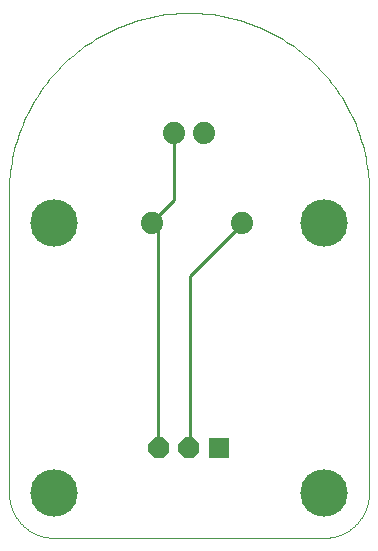
<source format=gtl>
G75*
%MOIN*%
%OFA0B0*%
%FSLAX25Y25*%
%IPPOS*%
%LPD*%
%AMOC8*
5,1,8,0,0,1.08239X$1,22.5*
%
%ADD10C,0.07400*%
%ADD11C,0.15811*%
%ADD12C,0.00000*%
%ADD13OC8,0.07000*%
%ADD14R,0.07000X0.07000*%
%ADD15C,0.01000*%
D10*
X0049000Y0106500D03*
X0056500Y0136500D03*
X0066500Y0136500D03*
X0079000Y0106500D03*
D11*
X0106500Y0106500D03*
X0106500Y0016500D03*
X0016500Y0016500D03*
X0016500Y0106500D03*
D12*
X0001500Y0116500D02*
X0001500Y0016500D01*
X0001504Y0016138D01*
X0001518Y0015775D01*
X0001539Y0015413D01*
X0001570Y0015052D01*
X0001609Y0014692D01*
X0001657Y0014333D01*
X0001714Y0013975D01*
X0001779Y0013618D01*
X0001853Y0013263D01*
X0001936Y0012910D01*
X0002027Y0012559D01*
X0002126Y0012211D01*
X0002234Y0011865D01*
X0002350Y0011521D01*
X0002475Y0011181D01*
X0002607Y0010844D01*
X0002748Y0010510D01*
X0002897Y0010179D01*
X0003054Y0009852D01*
X0003218Y0009529D01*
X0003390Y0009210D01*
X0003570Y0008896D01*
X0003758Y0008585D01*
X0003953Y0008280D01*
X0004155Y0007979D01*
X0004365Y0007683D01*
X0004581Y0007393D01*
X0004805Y0007107D01*
X0005035Y0006827D01*
X0005272Y0006553D01*
X0005516Y0006285D01*
X0005766Y0006022D01*
X0006022Y0005766D01*
X0006285Y0005516D01*
X0006553Y0005272D01*
X0006827Y0005035D01*
X0007107Y0004805D01*
X0007393Y0004581D01*
X0007683Y0004365D01*
X0007979Y0004155D01*
X0008280Y0003953D01*
X0008585Y0003758D01*
X0008896Y0003570D01*
X0009210Y0003390D01*
X0009529Y0003218D01*
X0009852Y0003054D01*
X0010179Y0002897D01*
X0010510Y0002748D01*
X0010844Y0002607D01*
X0011181Y0002475D01*
X0011521Y0002350D01*
X0011865Y0002234D01*
X0012211Y0002126D01*
X0012559Y0002027D01*
X0012910Y0001936D01*
X0013263Y0001853D01*
X0013618Y0001779D01*
X0013975Y0001714D01*
X0014333Y0001657D01*
X0014692Y0001609D01*
X0015052Y0001570D01*
X0015413Y0001539D01*
X0015775Y0001518D01*
X0016138Y0001504D01*
X0016500Y0001500D01*
X0106500Y0001500D01*
X0106862Y0001504D01*
X0107225Y0001518D01*
X0107587Y0001539D01*
X0107948Y0001570D01*
X0108308Y0001609D01*
X0108667Y0001657D01*
X0109025Y0001714D01*
X0109382Y0001779D01*
X0109737Y0001853D01*
X0110090Y0001936D01*
X0110441Y0002027D01*
X0110789Y0002126D01*
X0111135Y0002234D01*
X0111479Y0002350D01*
X0111819Y0002475D01*
X0112156Y0002607D01*
X0112490Y0002748D01*
X0112821Y0002897D01*
X0113148Y0003054D01*
X0113471Y0003218D01*
X0113790Y0003390D01*
X0114104Y0003570D01*
X0114415Y0003758D01*
X0114720Y0003953D01*
X0115021Y0004155D01*
X0115317Y0004365D01*
X0115607Y0004581D01*
X0115893Y0004805D01*
X0116173Y0005035D01*
X0116447Y0005272D01*
X0116715Y0005516D01*
X0116978Y0005766D01*
X0117234Y0006022D01*
X0117484Y0006285D01*
X0117728Y0006553D01*
X0117965Y0006827D01*
X0118195Y0007107D01*
X0118419Y0007393D01*
X0118635Y0007683D01*
X0118845Y0007979D01*
X0119047Y0008280D01*
X0119242Y0008585D01*
X0119430Y0008896D01*
X0119610Y0009210D01*
X0119782Y0009529D01*
X0119946Y0009852D01*
X0120103Y0010179D01*
X0120252Y0010510D01*
X0120393Y0010844D01*
X0120525Y0011181D01*
X0120650Y0011521D01*
X0120766Y0011865D01*
X0120874Y0012211D01*
X0120973Y0012559D01*
X0121064Y0012910D01*
X0121147Y0013263D01*
X0121221Y0013618D01*
X0121286Y0013975D01*
X0121343Y0014333D01*
X0121391Y0014692D01*
X0121430Y0015052D01*
X0121461Y0015413D01*
X0121482Y0015775D01*
X0121496Y0016138D01*
X0121500Y0016500D01*
X0121500Y0116500D01*
X0121482Y0117961D01*
X0121429Y0119421D01*
X0121340Y0120880D01*
X0121216Y0122336D01*
X0121056Y0123788D01*
X0120861Y0125236D01*
X0120630Y0126679D01*
X0120365Y0128116D01*
X0120065Y0129546D01*
X0119730Y0130968D01*
X0119360Y0132382D01*
X0118956Y0133786D01*
X0118518Y0135180D01*
X0118046Y0136563D01*
X0117541Y0137934D01*
X0117002Y0139292D01*
X0116431Y0140637D01*
X0115827Y0141967D01*
X0115191Y0143283D01*
X0114523Y0144582D01*
X0113823Y0145865D01*
X0113092Y0147130D01*
X0112331Y0148378D01*
X0111540Y0149606D01*
X0110719Y0150815D01*
X0109869Y0152003D01*
X0108990Y0153170D01*
X0108083Y0154316D01*
X0107148Y0155439D01*
X0106186Y0156539D01*
X0105198Y0157615D01*
X0104184Y0158667D01*
X0103144Y0159694D01*
X0102080Y0160695D01*
X0100992Y0161671D01*
X0099880Y0162619D01*
X0098746Y0163540D01*
X0097589Y0164433D01*
X0096412Y0165297D01*
X0095213Y0166133D01*
X0093994Y0166939D01*
X0092756Y0167716D01*
X0091500Y0168462D01*
X0090226Y0169177D01*
X0088935Y0169861D01*
X0087627Y0170513D01*
X0086304Y0171133D01*
X0084966Y0171721D01*
X0083615Y0172276D01*
X0082250Y0172798D01*
X0080873Y0173286D01*
X0079484Y0173741D01*
X0078085Y0174162D01*
X0076676Y0174549D01*
X0075258Y0174901D01*
X0073832Y0175219D01*
X0072398Y0175502D01*
X0070958Y0175750D01*
X0069513Y0175963D01*
X0068062Y0176140D01*
X0066608Y0176282D01*
X0065151Y0176389D01*
X0063691Y0176460D01*
X0062231Y0176496D01*
X0060769Y0176496D01*
X0059309Y0176460D01*
X0057849Y0176389D01*
X0056392Y0176282D01*
X0054938Y0176140D01*
X0053487Y0175963D01*
X0052042Y0175750D01*
X0050602Y0175502D01*
X0049168Y0175219D01*
X0047742Y0174901D01*
X0046324Y0174549D01*
X0044915Y0174162D01*
X0043516Y0173741D01*
X0042127Y0173286D01*
X0040750Y0172798D01*
X0039385Y0172276D01*
X0038034Y0171721D01*
X0036696Y0171133D01*
X0035373Y0170513D01*
X0034065Y0169861D01*
X0032774Y0169177D01*
X0031500Y0168462D01*
X0030244Y0167716D01*
X0029006Y0166939D01*
X0027787Y0166133D01*
X0026588Y0165297D01*
X0025411Y0164433D01*
X0024254Y0163540D01*
X0023120Y0162619D01*
X0022008Y0161671D01*
X0020920Y0160695D01*
X0019856Y0159694D01*
X0018816Y0158667D01*
X0017802Y0157615D01*
X0016814Y0156539D01*
X0015852Y0155439D01*
X0014917Y0154316D01*
X0014010Y0153170D01*
X0013131Y0152003D01*
X0012281Y0150815D01*
X0011460Y0149606D01*
X0010669Y0148378D01*
X0009908Y0147130D01*
X0009177Y0145865D01*
X0008477Y0144582D01*
X0007809Y0143283D01*
X0007173Y0141967D01*
X0006569Y0140637D01*
X0005998Y0139292D01*
X0005459Y0137934D01*
X0004954Y0136563D01*
X0004482Y0135180D01*
X0004044Y0133786D01*
X0003640Y0132382D01*
X0003270Y0130968D01*
X0002935Y0129546D01*
X0002635Y0128116D01*
X0002370Y0126679D01*
X0002139Y0125236D01*
X0001944Y0123788D01*
X0001784Y0122336D01*
X0001660Y0120880D01*
X0001571Y0119421D01*
X0001518Y0117961D01*
X0001500Y0116500D01*
D13*
X0051500Y0031500D03*
X0061500Y0031500D03*
D14*
X0071500Y0031500D03*
D15*
X0061800Y0032100D02*
X0061500Y0031500D01*
X0061800Y0032100D02*
X0061800Y0088800D01*
X0078900Y0105900D01*
X0079000Y0106500D01*
X0056400Y0114000D02*
X0049200Y0106800D01*
X0049000Y0106500D01*
X0049200Y0105900D01*
X0051000Y0104100D01*
X0051000Y0032100D01*
X0051500Y0031500D01*
X0056400Y0114000D02*
X0056400Y0136500D01*
X0056500Y0136500D01*
M02*

</source>
